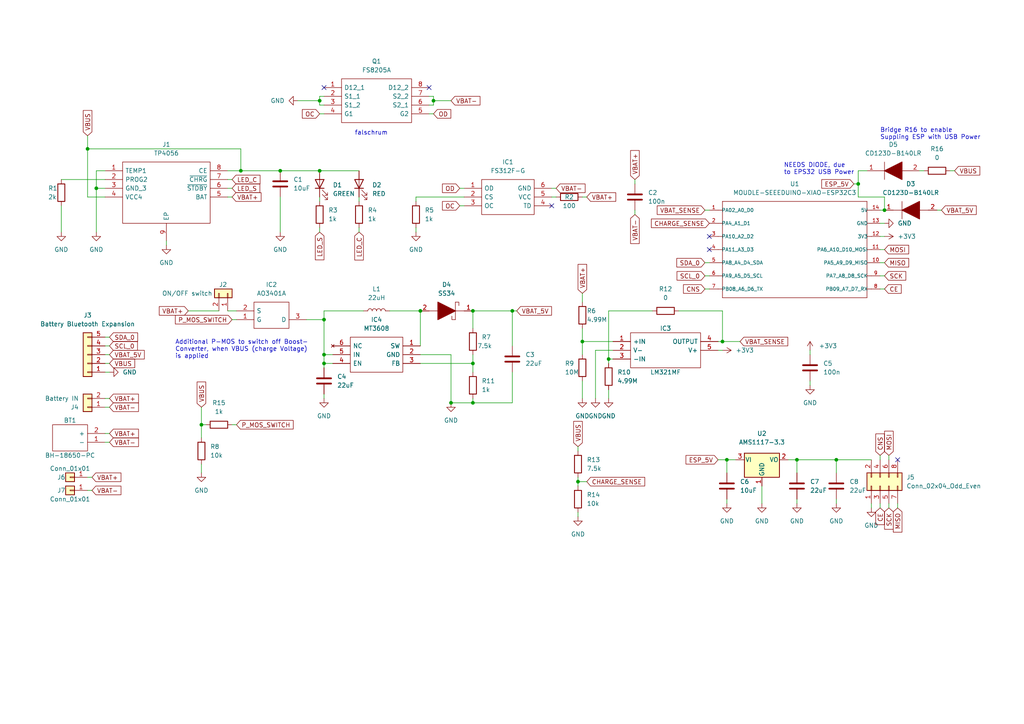
<source format=kicad_sch>
(kicad_sch (version 20211123) (generator eeschema)
  (paper "A4")
  (lib_symbols
    (symbol "Connector_Generic:Conn_01x01" (pin_names (offset 1.016) hide)
      (property "Reference" "J" (at 0 2.54 0))
      (property "Value" "Conn_01x01" (at 0 -2.54 0))
      (symbol "Conn_01x01_1_1"
        (pin passive line (at -5.08 0 0) (length 3.81) (name "Pin_1") (number "1"))
      )
    )
    (symbol "Connector_Generic:Conn_01x02" (pin_names (offset 1.016) hide)
      (property "Reference" "J" (at 0 2.54 0))
      (property "Value" "Conn_01x02" (at 0 -5.08 0))
      (symbol "Conn_01x02_1_1"
        (pin passive line (at -5.08 0 0) (length 3.81) (name "Pin_1") (number "1"))
        (pin passive line (at -5.08 -2.54 0) (length 3.81) (name "Pin_2") (number "2"))
      )
    )
    (symbol "Connector_Generic:Conn_01x05" (pin_names (offset 1.016) hide)
      (property "Reference" "J" (at 0 7.62 0))
      (property "Value" "Conn_01x05" (at 0 -7.62 0))
      (symbol "Conn_01x05_1_1"
        (pin passive line (at -5.08 5.08 0) (length 3.81) (name "Pin_1") (number "1"))
        (pin passive line (at -5.08 2.54 0) (length 3.81) (name "Pin_2") (number "2"))
        (pin passive line (at -5.08 0 0) (length 3.81) (name "Pin_3") (number "3"))
        (pin passive line (at -5.08 -2.54 0) (length 3.81) (name "Pin_4") (number "4"))
        (pin passive line (at -5.08 -5.08 0) (length 3.81) (name "Pin_5") (number "5"))
      )
    )
    (symbol "Connector_Generic:Conn_02x04_Odd_Even" (pin_names (offset 1.016) hide)
      (property "Reference" "J" (at 1.27 5.08 0))
      (property "Value" "Conn_02x04_Odd_Even" (at 1.27 -7.62 0))
      (symbol "Conn_02x04_Odd_Even_1_1"
        (pin passive line (at -5.08 2.54 0) (length 3.81) (name "Pin_1") (number "1"))
        (pin passive line (at 7.62 2.54 180) (length 3.81) (name "Pin_2") (number "2"))
        (pin passive line (at -5.08 0 0) (length 3.81) (name "Pin_3") (number "3"))
        (pin passive line (at 7.62 0 180) (length 3.81) (name "Pin_4") (number "4"))
        (pin passive line (at -5.08 -2.54 0) (length 3.81) (name "Pin_5") (number "5"))
        (pin passive line (at 7.62 -2.54 180) (length 3.81) (name "Pin_6") (number "6"))
        (pin passive line (at -5.08 -5.08 0) (length 3.81) (name "Pin_7") (number "7"))
        (pin passive line (at 7.62 -5.08 180) (length 3.81) (name "Pin_8") (number "8"))
      )
    )
    (symbol "Device:C" (pin_numbers hide) (pin_names (offset 0.254))
      (property "Reference" "C" (at 0.635 2.54 0))
      (property "Value" "C" (at 0.635 -2.54 0))
      (symbol "C_1_1"
        (pin passive line (at 0 3.81 270) (length 2.794) (name "~") (number "1"))
        (pin passive line (at 0 -3.81 90) (length 2.794) (name "~") (number "2"))
      )
    )
    (symbol "Device:L" (pin_numbers hide) (pin_names (offset 1.016) hide)
      (property "Reference" "L" (at -1.27 0 90))
      (property "Value" "L" (at 1.905 0 90))
      (symbol "L_1_1"
        (pin passive line (at 0 3.81 270) (length 1.27) (name "1") (number "1"))
        (pin passive line (at 0 -3.81 90) (length 1.27) (name "2") (number "2"))
      )
    )
    (symbol "Device:LED" (pin_numbers hide) (pin_names (offset 1.016) hide)
      (property "Reference" "D" (at 0 2.54 0))
      (property "Value" "LED" (at 0 -2.54 0))
      (symbol "LED_1_1"
        (pin passive line (at -3.81 0 0) (length 2.54) (name "K") (number "1"))
        (pin passive line (at 3.81 0 180) (length 2.54) (name "A") (number "2"))
      )
    )
    (symbol "Device:R" (pin_numbers hide) (pin_names (offset 0))
      (property "Reference" "R" (at 2.032 0 90))
      (property "Value" "R" (at 0 0 90))
      (symbol "R_1_1"
        (pin passive line (at 0 3.81 270) (length 1.27) (name "~") (number "1"))
        (pin passive line (at 0 -3.81 90) (length 1.27) (name "~") (number "2"))
      )
    )
    (symbol "MOUDLE-SEEEDUINO-XIAO-ESP32C3:MOUDLE-SEEEDUINO-XIAO-ESP32C3" (pin_names (offset 1.016))
      (property "Reference" "U" (at -21.59 15.24 0))
      (property "Value" "MOUDLE-SEEEDUINO-XIAO-ESP32C3" (at -21.59 13.97 0))
      (symbol "MOUDLE-SEEEDUINO-XIAO-ESP32C3_0_0"
        (pin bidirectional line (at -25.4 11.43 0) (length 2.54) (name "PA02_A0_D0") (number "1"))
        (pin bidirectional line (at 24.13 -3.81 180) (length 2.54) (name "PA5_A9_D9_MISO") (number "10"))
        (pin bidirectional line (at 24.13 0 180) (length 2.54) (name "PA6_A10_D10_MOSI") (number "11"))
        (pin bidirectional line (at 24.13 3.81 180) (length 2.54) (name "3V3") (number "12"))
        (pin bidirectional line (at 24.13 7.62 180) (length 2.54) (name "GND") (number "13"))
        (pin bidirectional line (at 24.13 11.43 180) (length 2.54) (name "5V") (number "14"))
        (pin bidirectional line (at -25.4 7.62 0) (length 2.54) (name "PA4_A1_D1") (number "2"))
        (pin bidirectional line (at -25.4 3.81 0) (length 2.54) (name "PA10_A2_D2") (number "3"))
        (pin bidirectional line (at -25.4 0 0) (length 2.54) (name "PA11_A3_D3") (number "4"))
        (pin bidirectional line (at -25.4 -3.81 0) (length 2.54) (name "PA8_A4_D4_SDA") (number "5"))
        (pin bidirectional line (at -25.4 -7.62 0) (length 2.54) (name "PA9_A5_D5_SCL") (number "6"))
        (pin bidirectional line (at -25.4 -11.43 0) (length 2.54) (name "PB08_A6_D6_TX") (number "7"))
        (pin bidirectional line (at 24.13 -11.43 180) (length 2.54) (name "PB09_A7_D7_RX") (number "8"))
        (pin bidirectional line (at 24.13 -7.62 180) (length 2.54) (name "PA7_A8_D8_SCK") (number "9"))
      )
    )
    (symbol "Regulator_Linear:AMS1117-3.3" (pin_names (offset 0.254))
      (property "Reference" "U" (at -3.81 3.175 0))
      (property "Value" "AMS1117-3.3" (at 0 3.175 0))
      (symbol "AMS1117-3.3_1_1"
        (pin power_in line (at 0 -7.62 90) (length 2.54) (name "GND") (number "1"))
        (pin power_out line (at 7.62 0 180) (length 2.54) (name "VO") (number "2"))
        (pin power_in line (at -7.62 0 0) (length 2.54) (name "VI") (number "3"))
      )
    )
    (symbol "SamacSys_Parts:BH-18650-PC" (pin_names (offset 0.762))
      (property "Reference" "BT" (at 16.51 7.62 0))
      (property "Value" "BH-18650-PC" (at 16.51 5.08 0))
      (symbol "BH-18650-PC_0_0"
        (pin passive line (at 0 0 0) (length 5.08) (name "-") (number "1"))
        (pin passive line (at 0 -2.54 0) (length 5.08) (name "+") (number "2"))
      )
    )
    (symbol "SamacSys_Parts:CD123D-B140LR" (pin_names (offset 0.762))
      (property "Reference" "D" (at 11.43 5.08 0))
      (property "Value" "CD123D-B140LR" (at 11.43 2.54 0))
      (symbol "CD123D-B140LR_0_0"
        (pin passive line (at 0 0 0) (length 2.54) (name "~") (number "1"))
        (pin passive line (at 15.24 0 180) (length 2.54) (name "~") (number "2"))
      )
    )
    (symbol "SamacSys_Parts:FS312F-G" (pin_names (offset 0.762))
      (property "Reference" "IC" (at 21.59 7.62 0))
      (property "Value" "FS312F-G" (at 21.59 5.08 0))
      (symbol "FS312F-G_0_0"
        (pin passive line (at 0 0 0) (length 5.08) (name "OD") (number "1"))
        (pin passive line (at 0 -2.54 0) (length 5.08) (name "CS") (number "2"))
        (pin passive line (at 0 -5.08 0) (length 5.08) (name "OC") (number "3"))
        (pin passive line (at 25.4 -5.08 180) (length 5.08) (name "TD") (number "4"))
        (pin passive line (at 25.4 -2.54 180) (length 5.08) (name "VCC") (number "5"))
        (pin passive line (at 25.4 0 180) (length 5.08) (name "GND") (number "6"))
      )
    )
    (symbol "SamacSys_Parts:FS8205A" (pin_names (offset 0.762))
      (property "Reference" "Q" (at 26.67 7.62 0))
      (property "Value" "FS8205A" (at 26.67 5.08 0))
      (symbol "FS8205A_0_0"
        (pin passive line (at 0 0 0) (length 5.08) (name "D12_1") (number "1"))
        (pin passive line (at 0 -2.54 0) (length 5.08) (name "S1_1") (number "2"))
        (pin passive line (at 0 -5.08 0) (length 5.08) (name "S1_2") (number "3"))
        (pin passive line (at 0 -7.62 0) (length 5.08) (name "G1") (number "4"))
        (pin passive line (at 30.48 -7.62 180) (length 5.08) (name "G2") (number "5"))
        (pin passive line (at 30.48 -5.08 180) (length 5.08) (name "S2_1") (number "6"))
        (pin passive line (at 30.48 -2.54 180) (length 5.08) (name "S2_2") (number "7"))
        (pin passive line (at 30.48 0 180) (length 5.08) (name "D12_2") (number "8"))
      )
    )
    (symbol "SamacSys_Parts:IRLML6401" (pin_names (offset 0.762))
      (property "Reference" "IC" (at 16.51 7.62 0))
      (property "Value" "IRLML6401" (at 16.51 5.08 0))
      (symbol "IRLML6401_0_0"
        (pin passive line (at 0 0 0) (length 5.08) (name "G") (number "1"))
        (pin passive line (at 0 -2.54 0) (length 5.08) (name "S") (number "2"))
        (pin passive line (at 20.32 0 180) (length 5.08) (name "D") (number "3"))
      )
    )
    (symbol "SamacSys_Parts:LM321MF" (pin_names (offset 0.762))
      (property "Reference" "IC" (at 26.67 7.62 0))
      (property "Value" "LM321MF" (at 26.67 5.08 0))
      (symbol "LM321MF_0_0"
        (pin passive line (at 0 0 0) (length 5.08) (name "+IN") (number "1"))
        (pin passive line (at 0 -2.54 0) (length 5.08) (name "V-") (number "2"))
        (pin passive line (at 0 -5.08 0) (length 5.08) (name "-IN") (number "3"))
        (pin passive line (at 30.48 0 180) (length 5.08) (name "OUTPUT") (number "4"))
        (pin passive line (at 30.48 -2.54 180) (length 5.08) (name "V+") (number "5"))
      )
    )
    (symbol "SamacSys_Parts:MT3608" (pin_names (offset 0.762))
      (property "Reference" "IC" (at 21.59 7.62 0))
      (property "Value" "MT3608" (at 21.59 5.08 0))
      (symbol "MT3608_0_0"
        (pin passive line (at 0 0 0) (length 5.08) (name "SW") (number "1"))
        (pin passive line (at 0 -2.54 0) (length 5.08) (name "GND") (number "2"))
        (pin passive line (at 0 -5.08 0) (length 5.08) (name "FB") (number "3"))
        (pin passive line (at 25.4 -5.08 180) (length 5.08) (name "EN") (number "4"))
        (pin passive line (at 25.4 -2.54 180) (length 5.08) (name "IN") (number "5"))
        (pin no_connect line (at 25.4 0 180) (length 5.08) (name "NC") (number "6"))
      )
    )
    (symbol "SamacSys_Parts:SS34" (pin_names (offset 0.762))
      (property "Reference" "D" (at 12.7 8.89 0))
      (property "Value" "SS34" (at 12.7 6.35 0))
      (symbol "SS34_0_0"
        (pin passive line (at 2.54 0 0) (length 2.54) (name "~") (number "1"))
        (pin passive line (at 17.78 0 180) (length 2.54) (name "~") (number "2"))
      )
    )
    (symbol "SamacSys_Parts:TP4056" (pin_names (offset 0.762))
      (property "Reference" "J" (at 31.75 7.62 0))
      (property "Value" "TP4056" (at 31.75 5.08 0))
      (symbol "TP4056_0_0"
        (pin passive line (at 0 0 0) (length 5.08) (name "TEMP1") (number "1"))
        (pin passive line (at 0 -2.54 0) (length 5.08) (name "PROG2") (number "2"))
        (pin passive line (at 0 -5.08 0) (length 5.08) (name "GND_3") (number "3"))
        (pin passive line (at 0 -7.62 0) (length 5.08) (name "VCC4") (number "4"))
        (pin passive line (at 35.56 -7.62 180) (length 5.08) (name "BAT") (number "5"))
        (pin passive line (at 35.56 -5.08 180) (length 5.08) (name "~{STDBY}") (number "6"))
        (pin passive line (at 35.56 -2.54 180) (length 5.08) (name "~{CHRG}") (number "7"))
        (pin passive line (at 35.56 0 180) (length 5.08) (name "CE") (number "8"))
        (pin passive line (at 17.78 -20.32 90) (length 5.08) (name "EP") (number "9"))
      )
    )
    (symbol "power:+3V3" (power) (pin_names (offset 0))
      (property "Value" "+3V3" (at 0 3.556 0))
      (symbol "+3V3_1_1"
        (pin power_in line (at 0 0 90) (length 0) hide (name "+3V3") (number "1"))
      )
    )
    (symbol "power:GND" (power) (pin_names (offset 0))
      (property "Value" "GND" (at 0 -3.81 0))
      (symbol "GND_1_1"
        (pin power_in line (at 0 0 270) (length 0) hide (name "GND") (number "1"))
      )
    )
  )
  (junction (at 256.54 60.96))
  (junction (at 248.92 53.34))
  (junction (at 25.4 43.18))
  (junction (at 69.85 49.53))
  (junction (at 92.71 49.53))
  (junction (at 121.92 90.17))
  (junction (at 81.28 49.53))
  (junction (at 137.16 116.84))
  (junction (at 58.42 123.19))
  (junction (at 27.94 54.61))
  (junction (at 137.16 105.41))
  (junction (at 168.91 99.06))
  (junction (at 137.16 90.17))
  (junction (at 92.71 29.21))
  (junction (at 209.55 99.06))
  (junction (at 93.98 92.71))
  (junction (at 210.82 133.35))
  (junction (at 167.64 139.7))
  (junction (at 242.57 133.35))
  (junction (at 130.81 116.84))
  (junction (at 231.14 133.35))
  (junction (at 93.98 105.41))
  (junction (at 148.59 90.17))
  (junction (at 125.73 29.21))
  (junction (at 93.98 102.87))
  (junction (at 176.53 104.14))
  (no_connect (at 205.74 68.58))
  (no_connect (at 205.74 72.39))
  (no_connect (at 260.35 133.35))
  (no_connect (at 93.98 25.4))
  (no_connect (at 124.46 25.4))
  (no_connect (at 160.02 59.69))
  (wire (pts (xy 31.75 102.87) (xy 30.48 102.87)))
  (wire (pts (xy 48.26 71.12) (xy 48.26 69.85)))
  (wire (pts (xy 276.86 49.53) (xy 275.59 49.53)))
  (wire (pts (xy 17.78 67.31) (xy 17.78 59.69)))
  (wire (pts (xy 27.94 49.53) (xy 27.94 54.61)))
  (wire (pts (xy 92.71 58.42) (xy 92.71 57.15)))
  (wire (pts (xy 220.98 146.05) (xy 220.98 140.97)))
  (wire (pts (xy 242.57 133.35) (xy 252.73 133.35)))
  (wire (pts (xy 167.64 139.7) (xy 167.64 140.97)))
  (wire (pts (xy 137.16 105.41) (xy 137.16 107.95)))
  (wire (pts (xy 184.15 52.07) (xy 184.15 53.34)))
  (wire (pts (xy 66.04 90.17) (xy 68.58 90.17)))
  (wire (pts (xy 133.35 54.61) (xy 134.62 54.61)))
  (wire (pts (xy 260.35 147.32) (xy 260.35 146.05)))
  (wire (pts (xy 25.4 39.37) (xy 25.4 43.18)))
  (wire (pts (xy 92.71 67.31) (xy 92.71 66.04)))
  (wire (pts (xy 133.35 59.69) (xy 134.62 59.69)))
  (wire (pts (xy 176.53 113.03) (xy 176.53 115.57)))
  (wire (pts (xy 231.14 133.35) (xy 242.57 133.35)))
  (wire (pts (xy 93.98 115.57) (xy 93.98 114.3)))
  (wire (pts (xy 234.95 111.76) (xy 234.95 110.49)))
  (wire (pts (xy 93.98 30.48) (xy 92.71 30.48)))
  (wire (pts (xy 168.91 85.09) (xy 168.91 87.63)))
  (wire (pts (xy 210.82 133.35) (xy 213.36 133.35)))
  (wire (pts (xy 172.72 101.6) (xy 172.72 115.57)))
  (wire (pts (xy 81.28 49.53) (xy 92.71 49.53)))
  (wire (pts (xy 69.85 49.53) (xy 81.28 49.53)))
  (wire (pts (xy 121.92 105.41) (xy 137.16 105.41)))
  (wire (pts (xy 31.75 125.73) (xy 30.48 125.73)))
  (wire (pts (xy 148.59 90.17) (xy 149.86 90.17)))
  (wire (pts (xy 256.54 60.96) (xy 255.27 60.96)))
  (wire (pts (xy 69.85 49.53) (xy 69.85 43.18)))
  (wire (pts (xy 248.92 57.15) (xy 256.54 57.15)))
  (wire (pts (xy 168.91 99.06) (xy 177.8 99.06)))
  (wire (pts (xy 81.28 67.31) (xy 81.28 57.15)))
  (wire (pts (xy 271.78 60.96) (xy 273.05 60.96)))
  (wire (pts (xy 231.14 133.35) (xy 231.14 137.16)))
  (wire (pts (xy 25.4 43.18) (xy 25.4 57.15)))
  (wire (pts (xy 168.91 95.25) (xy 168.91 99.06)))
  (wire (pts (xy 67.31 92.71) (xy 68.58 92.71)))
  (wire (pts (xy 248.92 53.34) (xy 248.92 57.15)))
  (wire (pts (xy 67.31 54.61) (xy 66.04 54.61)))
  (wire (pts (xy 256.54 72.39) (xy 255.27 72.39)))
  (wire (pts (xy 31.75 97.79) (xy 30.48 97.79)))
  (wire (pts (xy 93.98 105.41) (xy 93.98 102.87)))
  (wire (pts (xy 242.57 133.35) (xy 242.57 137.16)))
  (wire (pts (xy 256.54 64.77) (xy 255.27 64.77)))
  (wire (pts (xy 167.64 130.81) (xy 167.64 129.54)))
  (wire (pts (xy 267.97 49.53) (xy 266.7 49.53)))
  (wire (pts (xy 255.27 147.32) (xy 255.27 146.05)))
  (wire (pts (xy 96.52 102.87) (xy 93.98 102.87)))
  (wire (pts (xy 69.85 43.18) (xy 25.4 43.18)))
  (wire (pts (xy 148.59 100.33) (xy 148.59 90.17)))
  (wire (pts (xy 137.16 102.87) (xy 137.16 105.41)))
  (wire (pts (xy 66.04 49.53) (xy 69.85 49.53)))
  (wire (pts (xy 125.73 30.48) (xy 125.73 29.21)))
  (wire (pts (xy 67.31 52.07) (xy 66.04 52.07)))
  (wire (pts (xy 209.55 101.6) (xy 208.28 101.6)))
  (wire (pts (xy 92.71 49.53) (xy 104.14 49.53)))
  (wire (pts (xy 137.16 116.84) (xy 130.81 116.84)))
  (wire (pts (xy 167.64 139.7) (xy 170.18 139.7)))
  (wire (pts (xy 204.47 83.82) (xy 205.74 83.82)))
  (wire (pts (xy 25.4 57.15) (xy 30.48 57.15)))
  (wire (pts (xy 176.53 104.14) (xy 176.53 105.41)))
  (wire (pts (xy 242.57 146.05) (xy 242.57 144.78)))
  (wire (pts (xy 137.16 115.57) (xy 137.16 116.84)))
  (wire (pts (xy 121.92 90.17) (xy 121.92 100.33)))
  (wire (pts (xy 247.65 53.34) (xy 248.92 53.34)))
  (wire (pts (xy 256.54 76.2) (xy 255.27 76.2)))
  (wire (pts (xy 26.67 142.24) (xy 25.4 142.24)))
  (wire (pts (xy 121.92 102.87) (xy 130.81 102.87)))
  (wire (pts (xy 168.91 115.57) (xy 168.91 110.49)))
  (wire (pts (xy 228.6 133.35) (xy 231.14 133.35)))
  (wire (pts (xy 148.59 107.95) (xy 148.59 116.84)))
  (wire (pts (xy 256.54 57.15) (xy 256.54 60.96)))
  (wire (pts (xy 30.48 49.53) (xy 27.94 49.53)))
  (wire (pts (xy 168.91 99.06) (xy 168.91 102.87)))
  (wire (pts (xy 256.54 68.58) (xy 255.27 68.58)))
  (wire (pts (xy 257.81 132.08) (xy 257.81 133.35)))
  (wire (pts (xy 58.42 134.62) (xy 58.42 137.16)))
  (wire (pts (xy 104.14 67.31) (xy 104.14 66.04)))
  (wire (pts (xy 167.64 149.86) (xy 167.64 148.59)))
  (wire (pts (xy 125.73 33.02) (xy 124.46 33.02)))
  (wire (pts (xy 161.29 54.61) (xy 160.02 54.61)))
  (wire (pts (xy 204.47 80.01) (xy 205.74 80.01)))
  (wire (pts (xy 256.54 80.01) (xy 255.27 80.01)))
  (wire (pts (xy 124.46 30.48) (xy 125.73 30.48)))
  (wire (pts (xy 113.03 90.17) (xy 121.92 90.17)))
  (wire (pts (xy 26.67 138.43) (xy 25.4 138.43)))
  (wire (pts (xy 27.94 54.61) (xy 30.48 54.61)))
  (wire (pts (xy 184.15 62.23) (xy 184.15 60.96)))
  (wire (pts (xy 88.9 92.71) (xy 93.98 92.71)))
  (wire (pts (xy 27.94 67.31) (xy 27.94 54.61)))
  (wire (pts (xy 234.95 101.6) (xy 234.95 102.87)))
  (wire (pts (xy 31.75 128.27) (xy 30.48 128.27)))
  (wire (pts (xy 209.55 99.06) (xy 214.63 99.06)))
  (wire (pts (xy 176.53 90.17) (xy 189.23 90.17)))
  (wire (pts (xy 31.75 115.57) (xy 30.48 115.57)))
  (wire (pts (xy 54.61 90.17) (xy 63.5 90.17)))
  (wire (pts (xy 137.16 90.17) (xy 137.16 95.25)))
  (wire (pts (xy 125.73 29.21) (xy 130.81 29.21)))
  (wire (pts (xy 208.28 99.06) (xy 209.55 99.06)))
  (wire (pts (xy 92.71 29.21) (xy 86.36 29.21)))
  (wire (pts (xy 231.14 146.05) (xy 231.14 144.78)))
  (wire (pts (xy 93.98 27.94) (xy 92.71 27.94)))
  (wire (pts (xy 120.65 66.04) (xy 120.65 67.31)))
  (wire (pts (xy 161.29 57.15) (xy 160.02 57.15)))
  (wire (pts (xy 120.65 57.15) (xy 134.62 57.15)))
  (wire (pts (xy 31.75 100.33) (xy 30.48 100.33)))
  (wire (pts (xy 104.14 58.42) (xy 104.14 57.15)))
  (wire (pts (xy 257.81 147.32) (xy 257.81 146.05)))
  (wire (pts (xy 176.53 90.17) (xy 176.53 104.14)))
  (wire (pts (xy 148.59 90.17) (xy 137.16 90.17)))
  (wire (pts (xy 92.71 30.48) (xy 92.71 29.21)))
  (wire (pts (xy 92.71 27.94) (xy 92.71 29.21)))
  (wire (pts (xy 210.82 133.35) (xy 210.82 137.16)))
  (wire (pts (xy 93.98 92.71) (xy 93.98 90.17)))
  (wire (pts (xy 58.42 123.19) (xy 58.42 127)))
  (wire (pts (xy 208.28 133.35) (xy 210.82 133.35)))
  (wire (pts (xy 177.8 104.14) (xy 176.53 104.14)))
  (wire (pts (xy 96.52 105.41) (xy 93.98 105.41)))
  (wire (pts (xy 204.47 60.96) (xy 205.74 60.96)))
  (wire (pts (xy 170.18 57.15) (xy 168.91 57.15)))
  (wire (pts (xy 17.78 52.07) (xy 30.48 52.07)))
  (wire (pts (xy 167.64 138.43) (xy 167.64 139.7)))
  (wire (pts (xy 252.73 147.32) (xy 252.73 146.05)))
  (wire (pts (xy 93.98 105.41) (xy 93.98 106.68)))
  (wire (pts (xy 204.47 76.2) (xy 205.74 76.2)))
  (wire (pts (xy 93.98 90.17) (xy 105.41 90.17)))
  (wire (pts (xy 196.85 90.17) (xy 209.55 90.17)))
  (wire (pts (xy 31.75 105.41) (xy 30.48 105.41)))
  (wire (pts (xy 58.42 123.19) (xy 59.69 123.19)))
  (wire (pts (xy 248.92 49.53) (xy 248.92 53.34)))
  (wire (pts (xy 125.73 27.94) (xy 125.73 29.21)))
  (wire (pts (xy 68.58 123.19) (xy 67.31 123.19)))
  (wire (pts (xy 209.55 99.06) (xy 209.55 90.17)))
  (wire (pts (xy 124.46 27.94) (xy 125.73 27.94)))
  (wire (pts (xy 148.59 116.84) (xy 137.16 116.84)))
  (wire (pts (xy 210.82 146.05) (xy 210.82 144.78)))
  (wire (pts (xy 256.54 83.82) (xy 255.27 83.82)))
  (wire (pts (xy 31.75 107.95) (xy 30.48 107.95)))
  (wire (pts (xy 120.65 57.15) (xy 120.65 58.42)))
  (wire (pts (xy 93.98 102.87) (xy 93.98 92.71)))
  (wire (pts (xy 31.75 118.11) (xy 30.48 118.11)))
  (wire (pts (xy 92.71 33.02) (xy 93.98 33.02)))
  (wire (pts (xy 58.42 118.11) (xy 58.42 123.19)))
  (wire (pts (xy 177.8 101.6) (xy 172.72 101.6)))
  (wire (pts (xy 255.27 132.08) (xy 255.27 133.35)))
  (wire (pts (xy 130.81 102.87) (xy 130.81 116.84)))
  (wire (pts (xy 251.46 49.53) (xy 248.92 49.53)))
  (wire (pts (xy 67.31 57.15) (xy 66.04 57.15)))
  (text "falschrum" (at 102.87 39.37 0) (effects (font (size 1.27 1.27)) (justify left bottom)))
  (text "Bridge R16 to enable\nSuppling ESP with USB Power" (at 255.27 40.64 0) (effects (font (size 1.27 1.27)) (justify left bottom)))
  (text "NEEDS DIODE, due\nto EPS32 USB Power" (at 227.33 50.8 0) (effects (font (size 1.27 1.27)) (justify left bottom)))
  (text "Additional P-MOS to switch off Boost-\nConverter, when VBUS (charge Voltage)\nis applied" (at 50.8 104.14 0) (effects (font (size 1.27 1.27)) (justify left bottom)))
  (global_label "VBAT-" (shape input) (at 31.75 118.11 0) (property "Intersheet References" "${INTERSHEET_REFS}" (effects hide)))
  (global_label "SDA_0" (shape input) (at 204.47 76.2 180) (property "Intersheet References" "${INTERSHEET_REFS}" (effects hide)))
  (global_label "VBUS" (shape input) (at 276.86 49.53 0) (property "Intersheet References" "${INTERSHEET_REFS}" (effects hide)))
  (global_label "SCL_0" (shape input) (at 31.75 100.33 0) (property "Intersheet References" "${INTERSHEET_REFS}" (effects hide)))
  (global_label "CNS" (shape input) (at 255.27 132.08 90) (property "Intersheet References" "${INTERSHEET_REFS}" (effects hide)))
  (global_label "CHARGE_SENSE" (shape input) (at 205.74 64.77 180) (property "Intersheet References" "${INTERSHEET_REFS}" (effects hide)))
  (global_label "MISO" (shape input) (at 256.54 76.2 0) (property "Intersheet References" "${INTERSHEET_REFS}" (effects hide)))
  (global_label "SCK" (shape input) (at 257.81 147.32 270) (property "Intersheet References" "${INTERSHEET_REFS}" (effects hide)))
  (global_label "VBAT+" (shape input) (at 54.61 90.17 180) (property "Intersheet References" "${INTERSHEET_REFS}" (effects hide)))
  (global_label "SCL_0" (shape input) (at 204.47 80.01 180) (property "Intersheet References" "${INTERSHEET_REFS}" (effects hide)))
  (global_label "ESP_5V" (shape input) (at 208.28 133.35 180) (property "Intersheet References" "${INTERSHEET_REFS}" (effects hide)))
  (global_label "VBAT+" (shape input) (at 184.15 52.07 90) (property "Intersheet References" "${INTERSHEET_REFS}" (effects hide)))
  (global_label "VBAT-" (shape input) (at 31.75 128.27 0) (property "Intersheet References" "${INTERSHEET_REFS}" (effects hide)))
  (global_label "CE" (shape input) (at 255.27 147.32 270) (property "Intersheet References" "${INTERSHEET_REFS}" (effects hide)))
  (global_label "P_MOS_SWITCH" (shape input) (at 68.58 123.19 0) (property "Intersheet References" "${INTERSHEET_REFS}" (effects hide)))
  (global_label "VBAT-" (shape input) (at 130.81 29.21 0) (property "Intersheet References" "${INTERSHEET_REFS}" (effects hide)))
  (global_label "VBAT+" (shape input) (at 31.75 125.73 0) (property "Intersheet References" "${INTERSHEET_REFS}" (effects hide)))
  (global_label "SCK" (shape input) (at 256.54 80.01 0) (property "Intersheet References" "${INTERSHEET_REFS}" (effects hide)))
  (global_label "ESP_5V" (shape input) (at 247.65 53.34 180) (property "Intersheet References" "${INTERSHEET_REFS}" (effects hide)))
  (global_label "LED_C" (shape input) (at 104.14 67.31 270) (property "Intersheet References" "${INTERSHEET_REFS}" (effects hide)))
  (global_label "CHARGE_SENSE" (shape input) (at 170.18 139.7 0) (property "Intersheet References" "${INTERSHEET_REFS}" (effects hide)))
  (global_label "LED_S" (shape input) (at 92.71 67.31 270) (property "Intersheet References" "${INTERSHEET_REFS}" (effects hide)))
  (global_label "MOSI" (shape input) (at 257.81 132.08 90) (property "Intersheet References" "${INTERSHEET_REFS}" (effects hide)))
  (global_label "MISO" (shape input) (at 260.35 147.32 270) (property "Intersheet References" "${INTERSHEET_REFS}" (effects hide)))
  (global_label "VBAT-" (shape input) (at 161.29 54.61 0) (property "Intersheet References" "${INTERSHEET_REFS}" (effects hide)))
  (global_label "VBUS" (shape input) (at 31.75 105.41 0) (property "Intersheet References" "${INTERSHEET_REFS}" (effects hide)))
  (global_label "VBAT+" (shape input) (at 67.31 57.15 0) (property "Intersheet References" "${INTERSHEET_REFS}" (effects hide)))
  (global_label "VBAT+" (shape input) (at 26.67 138.43 0) (property "Intersheet References" "${INTERSHEET_REFS}" (effects hide)))
  (global_label "VBAT-" (shape input) (at 184.15 62.23 270) (property "Intersheet References" "${INTERSHEET_REFS}" (effects hide)))
  (global_label "SDA_0" (shape input) (at 31.75 97.79 0) (property "Intersheet References" "${INTERSHEET_REFS}" (effects hide)))
  (global_label "VBAT+" (shape input) (at 168.91 85.09 90) (property "Intersheet References" "${INTERSHEET_REFS}" (effects hide)))
  (global_label "VBAT+" (shape input) (at 31.75 115.57 0) (property "Intersheet References" "${INTERSHEET_REFS}" (effects hide)))
  (global_label "VBAT_SENSE" (shape input) (at 214.63 99.06 0) (property "Intersheet References" "${INTERSHEET_REFS}" (effects hide)))
  (global_label "VBAT+" (shape input) (at 170.18 57.15 0) (property "Intersheet References" "${INTERSHEET_REFS}" (effects hide)))
  (global_label "VBAT_SENSE" (shape input) (at 204.47 60.96 180) (property "Intersheet References" "${INTERSHEET_REFS}" (effects hide)))
  (global_label "VBAT_5V" (shape input) (at 149.86 90.17 0) (property "Intersheet References" "${INTERSHEET_REFS}" (effects hide)))
  (global_label "MOSI" (shape input) (at 256.54 72.39 0) (property "Intersheet References" "${INTERSHEET_REFS}" (effects hide)))
  (global_label "LED_C" (shape input) (at 67.31 52.07 0) (property "Intersheet References" "${INTERSHEET_REFS}" (effects hide)))
  (global_label "VBUS" (shape input) (at 25.4 39.37 90) (property "Intersheet References" "${INTERSHEET_REFS}" (effects hide)))
  (global_label "VBAT_5V" (shape input) (at 273.05 60.96 0) (property "Intersheet References" "${INTERSHEET_REFS}" (effects hide)))
  (global_label "P_MOS_SWITCH" (shape input) (at 67.31 92.71 180) (property "Intersheet References" "${INTERSHEET_REFS}" (effects hide)))
  (global_label "OC" (shape input) (at 133.35 59.69 180) (property "Intersheet References" "${INTERSHEET_REFS}" (effects hide)))
  (global_label "OD" (shape input) (at 133.35 54.61 180) (property "Intersheet References" "${INTERSHEET_REFS}" (effects hide)))
  (global_label "VBAT-" (shape input) (at 26.67 142.24 0) (property "Intersheet References" "${INTERSHEET_REFS}" (effects hide)))
  (global_label "LED_S" (shape input) (at 67.31 54.61 0) (property "Intersheet References" "${INTERSHEET_REFS}" (effects hide)))
  (global_label "CE" (shape input) (at 256.54 83.82 0) (property "Intersheet References" "${INTERSHEET_REFS}" (effects hide)))
  (global_label "VBUS" (shape input) (at 167.64 129.54 90) (property "Intersheet References" "${INTERSHEET_REFS}" (effects hide)))
  (global_label "OC" (shape input) (at 92.71 33.02 180) (property "Intersheet References" "${INTERSHEET_REFS}" (effects hide)))
  (global_label "VBAT_5V" (shape input) (at 31.75 102.87 0) (property "Intersheet References" "${INTERSHEET_REFS}" (effects hide)))
  (global_label "VBUS" (shape input) (at 58.42 118.11 90) (property "Intersheet References" "${INTERSHEET_REFS}" (effects hide)))
  (global_label "CNS" (shape input) (at 204.47 83.82 180) (property "Intersheet References" "${INTERSHEET_REFS}" (effects hide)))
  (global_label "OD" (shape input) (at 125.73 33.02 0) (property "Intersheet References" "${INTERSHEET_REFS}" (effects hide)))
  (symbol (lib_id "Device:R") (at 104.14 62.23 0) (unit 1)
    (property "Reference" "R4" (at 106.68 60.9599 0) (effects (justify left)))
    (property "Value" "1k" (at 106.68 63.4999 0) (effects (justify left)))
    (property "Footprint" "Resistor_SMD:R_0603_1608Metric_Pad0.98x0.95mm_HandSolder" (effects hide))
    (property "LCSC Part #" "C21190" (effects hide))
  )
  (symbol (lib_id "Device:R") (at 193.04 90.17 90) (unit 1) (in_bom no)
    (property "Reference" "R12" (at 193.04 83.82 90))
    (property "Value" "0" (at 193.04 86.36 90))
    (property "Footprint" "Resistor_SMD:R_0603_1608Metric_Pad0.98x0.95mm_HandSolder" (effects hide))
  )
  (symbol (lib_id "power:GND") (at 256.54 64.77 90) (unit 1)
    (property "Reference" "#PWR02" (effects hide))
    (property "Value" "GND" (at 260.35 64.7699 90) (effects (justify right)))
  )
  (symbol (lib_id "Connector_Generic:Conn_01x02") (at 66.04 85.09 270) (mirror x) (unit 1) (in_bom no)
    (property "Reference" "J2" (at 63.5 82.55 90) (effects (justify left)))
    (property "Value" "ON/OFF switch" (at 46.99 85.09 90) (effects (justify left)))
    (property "Footprint" "Connector_PinHeader_2.54mm:PinHeader_1x02_P2.54mm_Vertical" (effects hide))
  )
  (symbol (lib_id "Connector_Generic:Conn_01x01") (at 20.32 138.43 180) (unit 1) (in_bom no)
    (property "Reference" "J6" (at 17.78 138.43 0))
    (property "Value" "Conn_01x01" (at 20.32 135.89 0))
    (property "Footprint" "A PAD litteraly just a PAD:A FUCKING PAD" (effects hide))
  )
  (symbol (lib_id "SamacSys_Parts:FS8205A") (at 93.98 25.4 0) (unit 1)
    (property "Reference" "Q1" (at 109.22 17.78 0))
    (property "Value" "FS8205A" (at 109.22 20.32 0))
    (property "Footprint" "SamacSys_Parts:SOP65P640X120-8N" (effects hide))
    (property "Datasheet" "http://www.ic-fortune.com/upload/Download/FS8205A-DS-12_EN.pdf" (effects hide))
    (property "Description" "Dual N-Channel Enahncement Mode Power MOSFET" (effects hide))
    (property "Height" "1.2" (effects hide))
    (property "Manufacturer_Name" "Fortune Semiconductor Corporation" (effects hide))
    (property "Manufacturer_Part_Number" "FS8205A" (effects hide))
    (property "LCSC Part #" "C16052" (effects hide))
  )
  (symbol (lib_id "SamacSys_Parts:SS34") (at 139.7 90.17 180) (unit 1)
    (property "Reference" "D4" (at 129.54 82.55 0))
    (property "Value" "SS34" (at 129.54 85.09 0))
    (property "Footprint" "Diode_SMD:D_SMA" (effects hide))
    (property "Datasheet" "https://componentsearchengine.com/Datasheets/1/SS34.pdf" (effects hide))
    (property "Description" "TAIWAN SEMICONDUCTOR - SS34 - DIODE, SCHOTTKY, 3A, 40V" (effects hide))
    (property "Height" "2.62" (effects hide))
    (property "Manufacturer_Name" "Taiwan Semiconductor" (effects hide))
    (property "Manufacturer_Part_Number" "SS34" (effects hide))
    (property "Mouser Part Number" "821-SS34" (effects hide))
    (property "Mouser Price/Stock" "https://www.mouser.co.uk/ProductDetail/Taiwan-Semiconductor/SS34?qs=JV7lzlMm3yIimVqgKV%2F1SA%3D%3D" (effects hide))
    (property "Arrow Part Number" "SS34" (effects hide))
    (property "Arrow Price/Stock" "https://www.arrow.com/en/products/ss34/taiwan-semiconductor?region=nac" (effects hide))
    (property "LCSC Part #" "C8678" (effects hide))
  )
  (symbol (lib_id "Device:R") (at 168.91 106.68 0) (unit 1)
    (property "Reference" "R9" (at 163.83 105.41 0) (effects (justify left)))
    (property "Value" "10M" (at 163.83 107.95 0) (effects (justify left)))
    (property "Footprint" "Resistor_SMD:R_0603_1608Metric_Pad0.98x0.95mm_HandSolder" (effects hide))
    (property "LCSC Part #" "C2907090" (effects hide))
  )
  (symbol (lib_id "Device:C") (at 184.15 57.15 0) (unit 1)
    (property "Reference" "C2" (at 187.96 55.8799 0) (effects (justify left)))
    (property "Value" "100n" (at 187.96 58.4199 0) (effects (justify left)))
    (property "Footprint" "Capacitor_SMD:C_0603_1608Metric_Pad1.08x0.95mm_HandSolder" (effects hide))
    (property "LCSC Part #" "C14663" (effects hide))
  )
  (symbol (lib_id "Device:R") (at 92.71 62.23 0) (unit 1)
    (property "Reference" "R3" (at 95.25 60.9599 0) (effects (justify left)))
    (property "Value" "1k" (at 95.25 63.4999 0) (effects (justify left)))
    (property "Footprint" "Resistor_SMD:R_0603_1608Metric_Pad0.98x0.95mm_HandSolder" (effects hide))
    (property "LCSC Part #" "C21190" (effects hide))
  )
  (symbol (lib_id "SamacSys_Parts:IRLML6401") (at 68.58 92.71 0) (mirror x) (unit 1)
    (property "Reference" "IC2" (at 78.74 82.55 0))
    (property "Value" "AO3401A" (at 78.74 85.09 0))
    (property "Footprint" "SamacSys_Parts:SOT95P237X112-3N" (effects hide))
    (property "Description" "MOSFET P Channel 12V 4.3A 950mV @ 250uA 50m @ 4.3A,4.5V SOT-23 RoHS" (effects hide))
    (property "Height" "1.12" (effects hide))
    (property "Manufacturer_Name" "UMW(Youtai Semiconductor Co., Ltd.)" (effects hide))
    (property "Manufacturer_Part_Number" "IRLML6401" (effects hide))
    (property "LCSC Part #" "C15127" (effects hide))
  )
  (symbol (lib_id "Device:R") (at 271.78 49.53 90) (unit 1) (in_bom no)
    (property "Reference" "R16" (at 271.78 43.18 90))
    (property "Value" "0" (at 271.78 45.72 90))
    (property "Footprint" "Resistor_SMD:R_0603_1608Metric_Pad0.98x0.95mm_HandSolder" (effects hide))
  )
  (symbol (lib_id "power:GND") (at 120.65 67.31 0) (unit 1)
    (property "Reference" "#PWR06" (effects hide))
    (property "Value" "GND" (at 120.65 72.39 0))
  )
  (symbol (lib_id "power:GND") (at 252.73 147.32 0) (unit 1)
    (property "Reference" "#PWR0102" (effects hide))
    (property "Value" "GND" (at 252.73 152.4 0))
  )
  (symbol (lib_id "power:GND") (at 210.82 146.05 0) (unit 1)
    (property "Reference" "#PWR0106" (effects hide))
    (property "Value" "GND" (at 210.82 151.13 0))
  )
  (symbol (lib_id "SamacSys_Parts:CD123D-B140LR") (at 256.54 60.96 0) (unit 1) (in_bom no)
    (property "Reference" "D3" (at 264.16 53.34 0))
    (property "Value" "CD123D-B140LR" (at 264.16 55.88 0))
    (property "Footprint" "SamacSys_Parts:CD123DB140LR" (effects hide))
    (property "Datasheet" "https://www.bourns.com/docs/product-datasheets/cd123d-b.pdf?sfvrsn=54b574f6_7" (effects hide))
    (property "Description" "BOURNS - CD123D-B140LR - Small Signal Schottky Diode, Single, 40 V, 1 A, 380 mV, 20 A, 125 C" (effects hide))
    (property "Height" "1.16" (effects hide))
    (property "Manufacturer_Name" "Bourns" (effects hide))
    (property "Manufacturer_Part_Number" "CD123D-B140LR" (effects hide))
    (property "Mouser Part Number" "652-CD123D-B140LR" (effects hide))
    (property "Mouser Price/Stock" "https://www.mouser.co.uk/ProductDetail/Bourns/CD123D-B140LR?qs=xhbEVWpZdWeACvF%2F8gDRTg%3D%3D" (effects hide))
    (property "Arrow Part Number" "CD123D-B140LR" (effects hide))
    (property "Arrow Price/Stock" "https://www.arrow.com/en/products/cd123d-b140lr/bourns?region=nac" (effects hide))
  )
  (symbol (lib_id "Device:R") (at 167.64 144.78 0) (unit 1)
    (property "Reference" "R14" (at 170.18 143.5099 0) (effects (justify left)))
    (property "Value" "10k" (at 170.18 146.0499 0) (effects (justify left)))
    (property "Footprint" "Resistor_SMD:R_0603_1608Metric_Pad0.98x0.95mm_HandSolder" (effects hide))
    (property "LCSC Part #" "C25804" (effects hide))
  )
  (symbol (lib_id "power:GND") (at 17.78 67.31 0) (unit 1)
    (property "Reference" "#PWR03" (effects hide))
    (property "Value" "GND" (at 17.78 72.39 0))
  )
  (symbol (lib_id "Connector_Generic:Conn_01x01") (at 20.32 142.24 180) (unit 1) (in_bom no)
    (property "Reference" "J7" (at 17.78 142.24 0))
    (property "Value" "Conn_01x01" (at 20.32 144.78 0))
    (property "Footprint" "A PAD litteraly just a PAD:A FUCKING PAD" (effects hide))
  )
  (symbol (lib_id "Device:R") (at 176.53 109.22 0) (unit 1)
    (property "Reference" "R10" (at 179.07 107.9499 0) (effects (justify left)))
    (property "Value" "4.99M" (at 179.07 110.4899 0) (effects (justify left)))
    (property "Footprint" "Resistor_SMD:R_0603_1608Metric_Pad0.98x0.95mm_HandSolder" (effects hide))
    (property "LCSC Part #" "C158914" (effects hide))
  )
  (symbol (lib_id "Device:C") (at 242.57 140.97 0) (unit 1)
    (property "Reference" "C8" (at 246.38 139.6999 0) (effects (justify left)))
    (property "Value" "22uF" (at 246.38 142.2399 0) (effects (justify left)))
    (property "Footprint" "Capacitor_SMD:C_1206_3216Metric_Pad1.33x1.80mm_HandSolder" (effects hide))
    (property "LCSC Part #" "C12891" (effects hide))
  )
  (symbol (lib_id "power:+3V3") (at 209.55 101.6 270) (unit 1)
    (property "Reference" "#PWR09" (effects hide))
    (property "Value" "+3V3" (at 213.36 101.5999 90) (effects (justify left)))
  )
  (symbol (lib_id "power:GND") (at 86.36 29.21 270) (unit 1)
    (property "Reference" "#PWR01" (effects hide))
    (property "Value" "GND" (at 82.55 29.2099 90) (effects (justify right)))
  )
  (symbol (lib_id "power:GND") (at 93.98 115.57 0) (unit 1)
    (property "Reference" "#PWR012" (effects hide))
    (property "Value" "GND" (at 93.98 120.65 0))
  )
  (symbol (lib_id "SamacSys_Parts:FS312F-G") (at 134.62 54.61 0) (unit 1)
    (property "Reference" "IC1" (at 147.32 46.99 0))
    (property "Value" "FS312F-G" (at 147.32 49.53 0))
    (property "Footprint" "SamacSys_Parts:SOT95P280X145-6N" (effects hide))
    (property "Datasheet" "https://www.ic-fortune.com/upload/Download/FS312F-G-DS-12_EN.pdf" (effects hide))
    (property "Description" "One Cell Lithium-ion/Polymer Battery Protection IC" (effects hide))
    (property "Height" "1.45" (effects hide))
    (property "Manufacturer_Name" "Fortune Semiconductor Corporation" (effects hide))
    (property "Manufacturer_Part_Number" "FS312F-G" (effects hide))
    (property "LCSC Part #" "C82736" (effects hide))
  )
  (symbol (lib_id "Device:R") (at 137.16 99.06 0) (unit 1)
    (property "Reference" "R7" (at 139.7 97.7899 0) (effects (justify left)))
    (property "Value" " 7.5k" (at 138.43 100.33 0) (effects (justify left)))
    (property "Footprint" "Resistor_SMD:R_0603_1608Metric_Pad0.98x0.95mm_HandSolder" (effects hide))
    (property "LCSC Part #" "C5140717" (effects hide))
  )
  (symbol (lib_id "Device:C") (at 234.95 106.68 0) (unit 1)
    (property "Reference" "C5" (at 238.76 105.4099 0) (effects (justify left)))
    (property "Value" "100n" (at 238.76 107.9499 0) (effects (justify left)))
    (property "Footprint" "Capacitor_SMD:C_0603_1608Metric_Pad1.08x0.95mm_HandSolder" (effects hide))
    (property "LCSC Part #" "C14663" (effects hide))
  )
  (symbol (lib_id "Device:C") (at 81.28 53.34 0) (unit 1)
    (property "Reference" "C1" (at 85.09 52.0699 0) (effects (justify left)))
    (property "Value" "10uF" (at 85.09 54.6099 0) (effects (justify left)))
    (property "Footprint" "Capacitor_SMD:C_0603_1608Metric_Pad1.08x0.95mm_HandSolder" (effects hide))
    (property "LCSC Part #" "C96446" (effects hide))
  )
  (symbol (lib_id "SamacSys_Parts:CD123D-B140LR") (at 251.46 49.53 0) (unit 1) (in_bom no)
    (property "Reference" "D5" (at 259.08 41.91 0))
    (property "Value" "CD123D-B140LR" (at 259.08 44.45 0))
    (property "Footprint" "SamacSys_Parts:CD123DB140LR" (effects hide))
    (property "Datasheet" "https://www.bourns.com/docs/product-datasheets/cd123d-b.pdf?sfvrsn=54b574f6_7" (effects hide))
    (property "Description" "BOURNS - CD123D-B140LR - Small Signal Schottky Diode, Single, 40 V, 1 A, 380 mV, 20 A, 125 C" (effects hide))
    (property "Height" "1.16" (effects hide))
    (property "Manufacturer_Name" "Bourns" (effects hide))
    (property "Manufacturer_Part_Number" "CD123D-B140LR" (effects hide))
    (property "Mouser Part Number" "652-CD123D-B140LR" (effects hide))
    (property "Mouser Price/Stock" "https://www.mouser.co.uk/ProductDetail/Bourns/CD123D-B140LR?qs=xhbEVWpZdWeACvF%2F8gDRTg%3D%3D" (effects hide))
    (property "Arrow Part Number" "CD123D-B140LR" (effects hide))
    (property "Arrow Price/Stock" "https://www.arrow.com/en/products/cd123d-b140lr/bourns?region=nac" (effects hide))
  )
  (symbol (lib_id "power:+3V3") (at 234.95 101.6 0) (unit 1)
    (property "Reference" "#PWR017" (effects hide))
    (property "Value" "+3V3" (at 237.49 100.3299 0) (effects (justify left)))
  )
  (symbol (lib_id "Device:R") (at 63.5 123.19 90) (unit 1)
    (property "Reference" "R15" (at 63.5 116.84 90))
    (property "Value" "1k" (at 63.5 119.38 90))
    (property "Footprint" "Resistor_SMD:R_0603_1608Metric_Pad0.98x0.95mm_HandSolder" (effects hide))
    (property "LCSC Part #" "C21190" (effects hide))
  )
  (symbol (lib_id "Connector_Generic:Conn_02x04_Odd_Even") (at 255.27 140.97 90) (unit 1) (in_bom no)
    (property "Reference" "J5" (at 262.89 138.4299 90) (effects (justify right)))
    (property "Value" "Conn_02x04_Odd_Even" (at 262.89 140.9699 90) (effects (justify right)))
    (property "Footprint" "Connector_PinHeader_2.54mm:PinHeader_2x04_P2.54mm_Vertical" (effects hide))
  )
  (symbol (lib_id "SamacSys_Parts:BH-18650-PC") (at 30.48 128.27 180) (unit 1) (in_bom no)
    (property "Reference" "BT1" (at 20.32 121.92 0))
    (property "Value" "BH-18650-PC" (at 20.32 132.08 0))
    (property "Footprint" "SamacSys_Parts:BH18650PC" (effects hide))
    (property "Datasheet" "http://www.memoryprotectiondevices.com/datasheets/BH-18650-PC-datasheet.pdf" (effects hide))
    (property "Description" "BATTERY HOLDER 18650 PC PIN" (effects hide))
    (property "Height" "21.31" (effects hide))
    (property "Manufacturer_Name" "Memory Protection Devices" (effects hide))
    (property "Manufacturer_Part_Number" "BH-18650-PC" (effects hide))
  )
  (symbol (lib_id "power:GND") (at 168.91 115.57 0) (unit 1)
    (property "Reference" "#PWR013" (effects hide))
    (property "Value" "GND" (at 168.91 120.65 0))
  )
  (symbol (lib_id "Device:C") (at 148.59 104.14 0) (unit 1)
    (property "Reference" "C3" (at 152.4 102.8699 0) (effects (justify left)))
    (property "Value" "22uF" (at 152.4 105.4099 0) (effects (justify left)))
    (property "Footprint" "Capacitor_SMD:C_1206_3216Metric_Pad1.33x1.80mm_HandSolder" (effects hide))
    (property "LCSC Part #" "C12891" (effects hide))
  )
  (symbol (lib_id "Device:R") (at 58.42 130.81 0) (unit 1)
    (property "Reference" "R8" (at 60.96 129.5399 0) (effects (justify left)))
    (property "Value" "10k" (at 60.96 132.0799 0) (effects (justify left)))
    (property "Footprint" "Resistor_SMD:R_0603_1608Metric_Pad0.98x0.95mm_HandSolder" (effects hide))
    (property "LCSC Part #" "C25804" (effects hide))
  )
  (symbol (lib_id "Device:LED") (at 104.14 53.34 90) (unit 1) (in_bom no)
    (property "Reference" "D2" (at 107.95 53.6574 90) (effects (justify right)))
    (property "Value" "RED" (at 107.95 56.1974 90) (effects (justify right)))
    (property "Footprint" "LED_THT:LED_D5.0mm" (effects hide))
  )
  (symbol (lib_id "Device:L") (at 109.22 90.17 90) (unit 1)
    (property "Reference" "L1" (at 109.22 83.82 90))
    (property "Value" "22uH" (at 109.22 86.36 90))
    (property "Footprint" "Inductor_SMD:L_12x12mm_H6mm" (effects hide))
    (property "LCSC Part #" "C2929501" (effects hide))
  )
  (symbol (lib_id "power:GND") (at 176.53 115.57 0) (unit 1)
    (property "Reference" "#PWR015" (effects hide))
    (property "Value" "GND" (at 176.53 120.65 0))
  )
  (symbol (lib_id "SamacSys_Parts:LM321MF") (at 177.8 99.06 0) (unit 1)
    (property "Reference" "IC3" (at 193.04 95.25 0))
    (property "Value" "LM321MF" (at 193.04 107.95 0))
    (property "Footprint" "SamacSys_Parts:SOT95P280X145-5N" (effects hide))
    (property "Datasheet" "http://www.ti.com/lit/ds/symlink/lm321.pdf" (effects hide))
    (property "Description" "Low Power Single Op Amp" (effects hide))
    (property "Height" "1.45" (effects hide))
    (property "Manufacturer_Name" "Texas Instruments" (effects hide))
    (property "Manufacturer_Part_Number" "LM321MF" (effects hide))
    (property "Mouser Part Number" "926-LM321MF" (effects hide))
    (property "Mouser Price/Stock" "https://www.mouser.co.uk/ProductDetail/Texas-Instruments/LM321MF?qs=X1J7HmVL2ZEDCfhyA%252BlmsA%3D%3D" (effects hide))
    (property "Arrow Part Number" "LM321MF" (effects hide))
    (property "Arrow Price/Stock" "https://www.arrow.com/en/products/lm321mf/texas-instruments?region=nac" (effects hide))
    (property "LCSC Part #" "C668208" (effects hide))
  )
  (symbol (lib_id "Device:R") (at 167.64 134.62 0) (unit 1)
    (property "Reference" "R13" (at 170.18 133.3499 0) (effects (justify left)))
    (property "Value" "7.5k" (at 170.18 135.8899 0) (effects (justify left)))
    (property "Footprint" "Resistor_SMD:R_0603_1608Metric_Pad0.98x0.95mm_HandSolder" (effects hide))
    (property "LCSC Part #" "C5140717" (effects hide))
  )
  (symbol (lib_id "Device:C") (at 231.14 140.97 0) (unit 1)
    (property "Reference" "C7" (at 234.95 139.6999 0) (effects (justify left)))
    (property "Value" "22uF" (at 234.95 142.2399 0) (effects (justify left)))
    (property "Footprint" "Capacitor_SMD:C_1206_3216Metric_Pad1.33x1.80mm_HandSolder" (effects hide))
    (property "LCSC Part #" "C12891" (effects hide))
  )
  (symbol (lib_id "SamacSys_Parts:TP4056") (at 30.48 49.53 0) (unit 1)
    (property "Reference" "J1" (at 48.26 41.91 0))
    (property "Value" "TP4056" (at 48.26 44.45 0))
    (property "Footprint" "SamacSys_Parts:SOIC127P600X175-9N" (effects hide))
    (property "Datasheet" "https://dlnmh9ip6v2uc.cloudfront.net/datasheets/Prototyping/TP4056.pdf" (effects hide))
    (property "Description" "1A Standalone Linear Li-lon Battery Charger, SOP-8" (effects hide))
    (property "Height" "1.75" (effects hide))
    (property "Manufacturer_Name" "NanJing Top Power" (effects hide))
    (property "Manufacturer_Part_Number" "TP4056" (effects hide))
    (property "LCSC Part #" "C16581" (effects hide))
  )
  (symbol (lib_id "power:GND") (at 167.64 149.86 0) (unit 1)
    (property "Reference" "#PWR0101" (effects hide))
    (property "Value" "GND" (at 167.64 154.94 0))
  )
  (symbol (lib_id "MOUDLE-SEEEDUINO-XIAO-ESP32C3:MOUDLE-SEEEDUINO-XIAO-ESP32C3") (at 231.14 72.39 0) (unit 1) (in_bom no)
    (property "Reference" "U1" (at 230.505 53.34 0))
    (property "Value" "MOUDLE-SEEEDUINO-XIAO-ESP32C3" (at 230.505 55.88 0))
    (property "Footprint" "xiao ESP32C3_PCB:MOUDLE14P-SMD-2.54-21X17.8MM" (effects hide))
  )
  (symbol (lib_id "power:+3V3") (at 256.54 68.58 270) (unit 1)
    (property "Reference" "#PWR07" (effects hide))
    (property "Value" "+3V3" (at 260.35 68.5799 90) (effects (justify left)))
  )
  (symbol (lib_id "power:GND") (at 27.94 67.31 0) (unit 1)
    (property "Reference" "#PWR04" (effects hide))
    (property "Value" "GND" (at 27.94 72.39 0))
  )
  (symbol (lib_id "Device:R") (at 17.78 55.88 0) (unit 1)
    (property "Reference" "R1" (at 13.97 54.61 0) (effects (justify left)))
    (property "Value" "2k" (at 13.97 57.15 0) (effects (justify left)))
    (property "Footprint" "Resistor_SMD:R_0603_1608Metric_Pad0.98x0.95mm_HandSolder" (effects hide))
    (property "Function" "Charge current set Resistor" (effects hide))
    (property "LCSC Part #" "C22975" (effects hide))
  )
  (symbol (lib_id "Device:R") (at 120.65 62.23 0) (unit 1)
    (property "Reference" "R5" (at 123.19 60.9599 0) (effects (justify left)))
    (property "Value" "1k" (at 123.19 63.4999 0) (effects (justify left)))
    (property "Footprint" "Resistor_SMD:R_0603_1608Metric_Pad0.98x0.95mm_HandSolder" (effects hide))
    (property "LCSC Part #" "C21190" (effects hide))
  )
  (symbol (lib_id "power:GND") (at 58.42 137.16 0) (unit 1)
    (property "Reference" "#PWR010" (effects hide))
    (property "Value" "GND" (at 58.42 142.24 0))
  )
  (symbol (lib_id "SamacSys_Parts:MT3608") (at 121.92 100.33 0) (mirror y) (unit 1)
    (property "Reference" "IC4" (at 109.22 92.71 0))
    (property "Value" "MT3608" (at 109.22 95.25 0))
    (property "Footprint" "SamacSys_Parts:SOT95P280X145-6N" (effects hide))
    (property "Datasheet" "https://www.olimex.com/Products/Breadboarding/BB-PWR-3608/resources/MT3608.pdf" (effects hide))
    (property "Description" "High Efficiency 1.2MHz 2A Step Up Converter" (effects hide))
    (property "Height" "1.45" (effects hide))
    (property "Manufacturer_Name" "Aerosemi" (effects hide))
    (property "Manufacturer_Part_Number" "MT3608" (effects hide))
    (property "LCSC Part #" "C84817" (effects hide))
  )
  (symbol (lib_id "Device:R") (at 168.91 91.44 0) (unit 1)
    (property "Reference" "R6" (at 170.18 90.17 0) (effects (justify left)))
    (property "Value" "4.99M" (at 170.18 92.71 0) (effects (justify left)))
    (property "Footprint" "Resistor_SMD:R_0603_1608Metric_Pad0.98x0.95mm_HandSolder" (effects hide))
    (property "LCSC Part #" "C158914" (effects hide))
  )
  (symbol (lib_id "Connector_Generic:Conn_01x05") (at 25.4 102.87 180) (unit 1) (in_bom no)
    (property "Reference" "J3" (at 25.4 91.44 0))
    (property "Value" "Battery Bluetooth Expansion" (at 25.4 93.98 0))
    (property "Footprint" "Connector_PinSocket_2.54mm:PinSocket_1x05_P2.54mm_Vertical" (effects hide))
  )
  (symbol (lib_id "power:GND") (at 48.26 71.12 0) (unit 1)
    (property "Reference" "#PWR08" (effects hide))
    (property "Value" "GND" (at 48.26 76.2 0))
  )
  (symbol (lib_id "Device:R") (at 165.1 57.15 270) (unit 1)
    (property "Reference" "R2" (at 165.1 57.15 90))
    (property "Value" "100" (at 165.1 59.69 90))
    (property "Footprint" "Resistor_SMD:R_0603_1608Metric_Pad0.98x0.95mm_HandSolder" (effects hide))
    (property "LCSC Part #" "C22775" (effects hide))
  )
  (symbol (lib_id "Regulator_Linear:AMS1117-3.3") (at 220.98 133.35 0) (unit 1)
    (property "Reference" "U2" (at 220.98 125.73 0))
    (property "Value" "AMS1117-3.3" (at 220.98 128.27 0))
    (property "Footprint" "Package_TO_SOT_SMD:SOT-223-3_TabPin2" (effects hide))
    (property "Datasheet" "http://www.advanced-monolithic.com/pdf/ds1117.pdf" (effects hide))
    (property "LCSC Part #" "C6186" (effects hide))
  )
  (symbol (lib_id "power:GND") (at 231.14 146.05 0) (unit 1)
    (property "Reference" "#PWR0103" (effects hide))
    (property "Value" "GND" (at 231.14 151.13 0))
  )
  (symbol (lib_id "Device:LED") (at 92.71 53.34 90) (unit 1) (in_bom no)
    (property "Reference" "D1" (at 96.52 53.6574 90) (effects (justify right)))
    (property "Value" "GREEN" (at 96.52 56.1974 90) (effects (justify right)))
    (property "Footprint" "LED_THT:LED_D5.0mm" (effects hide))
  )
  (symbol (lib_id "Device:C") (at 210.82 140.97 0) (unit 1)
    (property "Reference" "C6" (at 214.63 139.6999 0) (effects (justify left)))
    (property "Value" "10uF" (at 214.63 142.2399 0) (effects (justify left)))
    (property "Footprint" "Capacitor_SMD:C_0603_1608Metric_Pad1.08x0.95mm_HandSolder" (effects hide))
    (property "LCSC Part #" "C96446" (effects hide))
  )
  (symbol (lib_id "Connector_Generic:Conn_01x02") (at 25.4 118.11 180) (unit 1) (in_bom no)
    (property "Reference" "J4" (at 22.86 118.1101 0) (effects (justify left)))
    (property "Value" "Battery IN" (at 22.86 115.5701 0) (effects (justify left)))
    (property "Footprint" "Connector_PinHeader_2.54mm:PinHeader_1x02_P2.54mm_Vertical" (effects hide))
  )
  (symbol (lib_id "Device:C") (at 93.98 110.49 0) (unit 1)
    (property "Reference" "C4" (at 97.79 109.2199 0) (effects (justify left)))
    (property "Value" "22uF" (at 97.79 111.7599 0) (effects (justify left)))
    (property "Footprint" "Capacitor_SMD:C_1206_3216Metric_Pad1.33x1.80mm_HandSolder" (effects hide))
    (property "LCSC Part #" "C12891" (effects hide))
  )
  (symbol (lib_id "Device:R") (at 137.16 111.76 0) (unit 1)
    (property "Reference" "R11" (at 139.7 110.4899 0) (effects (justify left)))
    (property "Value" "1k" (at 139.7 113.0299 0) (effects (justify left)))
    (property "Footprint" "Resistor_SMD:R_0603_1608Metric_Pad0.98x0.95mm_HandSolder" (effects hide))
    (property "LCSC Part #" "C21190" (effects hide))
  )
  (symbol (lib_id "power:GND") (at 220.98 146.05 0) (unit 1)
    (property "Reference" "#PWR0105" (effects hide))
    (property "Value" "GND" (at 220.98 151.13 0))
  )
  (symbol (lib_id "power:GND") (at 242.57 146.05 0) (unit 1)
    (property "Reference" "#PWR0104" (effects hide))
    (property "Value" "GND" (at 242.57 151.13 0))
  )
  (symbol (lib_id "power:GND") (at 31.75 107.95 90) (unit 1)
    (property "Reference" "#PWR011" (effects hide))
    (property "Value" "GND" (at 35.56 107.9499 90) (effects (justify right)))
  )
  (symbol (lib_id "power:GND") (at 172.72 115.57 0) (unit 1)
    (property "Reference" "#PWR014" (effects hide))
    (property "Value" "GND" (at 172.72 120.65 0))
  )
  (symbol (lib_id "power:GND") (at 81.28 67.31 0) (unit 1)
    (property "Reference" "#PWR05" (effects hide))
    (property "Value" "GND" (at 81.28 72.39 0))
  )
  (symbol (lib_id "power:GND") (at 234.95 111.76 0) (unit 1)
    (property "Reference" "#PWR018" (effects hide))
    (property "Value" "GND" (at 234.95 116.84 0))
  )
  (symbol (lib_id "power:GND") (at 130.81 116.84 0) (unit 1)
    (property "Reference" "#PWR016" (effects hide))
    (property "Value" "GND" (at 130.81 121.92 0))
  )
)
</source>
